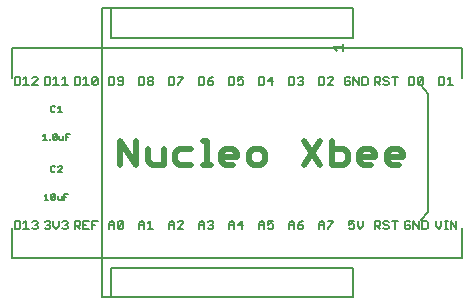
<source format=gto>
G75*
%MOIN*%
%OFA0B0*%
%FSLAX25Y25*%
%IPPOS*%
%LPD*%
%AMOC8*
5,1,8,0,0,1.08239X$1,22.5*
%
%ADD10C,0.02000*%
%ADD11C,0.00500*%
%ADD12C,0.00800*%
%ADD13C,0.00600*%
D10*
X0042500Y0052500D02*
X0042500Y0060507D01*
X0047838Y0052500D01*
X0047838Y0060507D01*
X0051708Y0057838D02*
X0051708Y0053834D01*
X0053042Y0052500D01*
X0057046Y0052500D01*
X0057046Y0057838D01*
X0060916Y0056503D02*
X0060916Y0053834D01*
X0062250Y0052500D01*
X0066254Y0052500D01*
X0070124Y0052500D02*
X0072793Y0052500D01*
X0071458Y0052500D02*
X0071458Y0060507D01*
X0070124Y0060507D01*
X0066254Y0057838D02*
X0062250Y0057838D01*
X0060916Y0056503D01*
X0076262Y0056503D02*
X0076262Y0053834D01*
X0077597Y0052500D01*
X0080266Y0052500D01*
X0081600Y0055169D02*
X0076262Y0055169D01*
X0076262Y0056503D02*
X0077597Y0057838D01*
X0080266Y0057838D01*
X0081600Y0056503D01*
X0081600Y0055169D01*
X0085470Y0056503D02*
X0085470Y0053834D01*
X0086804Y0052500D01*
X0089473Y0052500D01*
X0090808Y0053834D01*
X0090808Y0056503D01*
X0089473Y0057838D01*
X0086804Y0057838D01*
X0085470Y0056503D01*
X0103886Y0052500D02*
X0109224Y0060507D01*
X0113094Y0060507D02*
X0113094Y0052500D01*
X0117097Y0052500D01*
X0118431Y0053834D01*
X0118431Y0056503D01*
X0117097Y0057838D01*
X0113094Y0057838D01*
X0109224Y0052500D02*
X0103886Y0060507D01*
X0122301Y0056503D02*
X0122301Y0053834D01*
X0123636Y0052500D01*
X0126305Y0052500D01*
X0127639Y0055169D02*
X0122301Y0055169D01*
X0122301Y0056503D02*
X0123636Y0057838D01*
X0126305Y0057838D01*
X0127639Y0056503D01*
X0127639Y0055169D01*
X0131509Y0055169D02*
X0136847Y0055169D01*
X0136847Y0056503D01*
X0135513Y0057838D01*
X0132844Y0057838D01*
X0131509Y0056503D01*
X0131509Y0053834D01*
X0132844Y0052500D01*
X0135513Y0052500D01*
D11*
X0156500Y0021500D02*
X0006500Y0021500D01*
X0006500Y0031500D01*
X0007330Y0031150D02*
X0008681Y0031150D01*
X0009132Y0031600D01*
X0009132Y0033402D01*
X0008681Y0033852D01*
X0007330Y0033852D01*
X0007330Y0031150D01*
X0010277Y0031150D02*
X0012078Y0031150D01*
X0011177Y0031150D02*
X0011177Y0033852D01*
X0010277Y0032952D01*
X0013223Y0033402D02*
X0013674Y0033852D01*
X0014574Y0033852D01*
X0015025Y0033402D01*
X0015025Y0032952D01*
X0014574Y0032501D01*
X0015025Y0032051D01*
X0015025Y0031600D01*
X0014574Y0031150D01*
X0013674Y0031150D01*
X0013223Y0031600D01*
X0014124Y0032501D02*
X0014574Y0032501D01*
X0017330Y0031600D02*
X0017781Y0031150D01*
X0018681Y0031150D01*
X0019132Y0031600D01*
X0019132Y0032051D01*
X0018681Y0032501D01*
X0018231Y0032501D01*
X0018681Y0032501D02*
X0019132Y0032952D01*
X0019132Y0033402D01*
X0018681Y0033852D01*
X0017781Y0033852D01*
X0017330Y0033402D01*
X0020277Y0033852D02*
X0020277Y0032051D01*
X0021177Y0031150D01*
X0022078Y0032051D01*
X0022078Y0033852D01*
X0023223Y0033402D02*
X0023674Y0033852D01*
X0024574Y0033852D01*
X0025025Y0033402D01*
X0025025Y0032952D01*
X0024574Y0032501D01*
X0025025Y0032051D01*
X0025025Y0031600D01*
X0024574Y0031150D01*
X0023674Y0031150D01*
X0023223Y0031600D01*
X0024124Y0032501D02*
X0024574Y0032501D01*
X0027330Y0032051D02*
X0028681Y0032051D01*
X0029132Y0032501D01*
X0029132Y0033402D01*
X0028681Y0033852D01*
X0027330Y0033852D01*
X0027330Y0031150D01*
X0028231Y0032051D02*
X0029132Y0031150D01*
X0030277Y0031150D02*
X0032078Y0031150D01*
X0033223Y0031150D02*
X0033223Y0033852D01*
X0035025Y0033852D01*
X0034124Y0032501D02*
X0033223Y0032501D01*
X0032078Y0033852D02*
X0030277Y0033852D01*
X0030277Y0031150D01*
X0030277Y0032501D02*
X0031178Y0032501D01*
X0038803Y0032501D02*
X0040605Y0032501D01*
X0040605Y0032952D02*
X0040605Y0031150D01*
X0041750Y0031600D02*
X0043552Y0033402D01*
X0043552Y0031600D01*
X0043101Y0031150D01*
X0042200Y0031150D01*
X0041750Y0031600D01*
X0041750Y0033402D01*
X0042200Y0033852D01*
X0043101Y0033852D01*
X0043552Y0033402D01*
X0040605Y0032952D02*
X0039704Y0033852D01*
X0038803Y0032952D01*
X0038803Y0031150D01*
X0048803Y0031150D02*
X0048803Y0032952D01*
X0049704Y0033852D01*
X0050605Y0032952D01*
X0050605Y0031150D01*
X0051750Y0031150D02*
X0053552Y0031150D01*
X0052651Y0031150D02*
X0052651Y0033852D01*
X0051750Y0032952D01*
X0050605Y0032501D02*
X0048803Y0032501D01*
X0058803Y0032501D02*
X0060605Y0032501D01*
X0060605Y0032952D02*
X0059704Y0033852D01*
X0058803Y0032952D01*
X0058803Y0031150D01*
X0060605Y0031150D02*
X0060605Y0032952D01*
X0061750Y0033402D02*
X0062200Y0033852D01*
X0063101Y0033852D01*
X0063552Y0033402D01*
X0063552Y0032952D01*
X0061750Y0031150D01*
X0063552Y0031150D01*
X0068803Y0031150D02*
X0068803Y0032952D01*
X0069704Y0033852D01*
X0070605Y0032952D01*
X0070605Y0031150D01*
X0071750Y0031600D02*
X0072200Y0031150D01*
X0073101Y0031150D01*
X0073552Y0031600D01*
X0073552Y0032051D01*
X0073101Y0032501D01*
X0072651Y0032501D01*
X0073101Y0032501D02*
X0073552Y0032952D01*
X0073552Y0033402D01*
X0073101Y0033852D01*
X0072200Y0033852D01*
X0071750Y0033402D01*
X0070605Y0032501D02*
X0068803Y0032501D01*
X0078803Y0032501D02*
X0080605Y0032501D01*
X0080605Y0032952D02*
X0079704Y0033852D01*
X0078803Y0032952D01*
X0078803Y0031150D01*
X0080605Y0031150D02*
X0080605Y0032952D01*
X0081750Y0032501D02*
X0083552Y0032501D01*
X0083101Y0031150D02*
X0083101Y0033852D01*
X0081750Y0032501D01*
X0088803Y0032501D02*
X0090605Y0032501D01*
X0090605Y0032952D02*
X0090605Y0031150D01*
X0091750Y0031600D02*
X0092200Y0031150D01*
X0093101Y0031150D01*
X0093552Y0031600D01*
X0093552Y0032501D01*
X0093101Y0032952D01*
X0092651Y0032952D01*
X0091750Y0032501D01*
X0091750Y0033852D01*
X0093552Y0033852D01*
X0090605Y0032952D02*
X0089704Y0033852D01*
X0088803Y0032952D01*
X0088803Y0031150D01*
X0098803Y0031150D02*
X0098803Y0032952D01*
X0099704Y0033852D01*
X0100605Y0032952D01*
X0100605Y0031150D01*
X0101750Y0031600D02*
X0101750Y0032501D01*
X0103101Y0032501D01*
X0103552Y0032051D01*
X0103552Y0031600D01*
X0103101Y0031150D01*
X0102200Y0031150D01*
X0101750Y0031600D01*
X0101750Y0032501D02*
X0102651Y0033402D01*
X0103552Y0033852D01*
X0100605Y0032501D02*
X0098803Y0032501D01*
X0108803Y0032501D02*
X0110605Y0032501D01*
X0110605Y0032952D02*
X0110605Y0031150D01*
X0111750Y0031150D02*
X0111750Y0031600D01*
X0113552Y0033402D01*
X0113552Y0033852D01*
X0111750Y0033852D01*
X0110605Y0032952D02*
X0109704Y0033852D01*
X0108803Y0032952D01*
X0108803Y0031150D01*
X0118803Y0031600D02*
X0119254Y0031150D01*
X0120155Y0031150D01*
X0120605Y0031600D01*
X0120605Y0032501D01*
X0120155Y0032952D01*
X0119704Y0032952D01*
X0118803Y0032501D01*
X0118803Y0033852D01*
X0120605Y0033852D01*
X0121750Y0033852D02*
X0121750Y0032051D01*
X0122651Y0031150D01*
X0123552Y0032051D01*
X0123552Y0033852D01*
X0127330Y0033852D02*
X0127330Y0031150D01*
X0127330Y0032051D02*
X0128681Y0032051D01*
X0129132Y0032501D01*
X0129132Y0033402D01*
X0128681Y0033852D01*
X0127330Y0033852D01*
X0128231Y0032051D02*
X0129132Y0031150D01*
X0130277Y0031600D02*
X0130727Y0031150D01*
X0131628Y0031150D01*
X0132078Y0031600D01*
X0132078Y0032051D01*
X0131628Y0032501D01*
X0130727Y0032501D01*
X0130277Y0032952D01*
X0130277Y0033402D01*
X0130727Y0033852D01*
X0131628Y0033852D01*
X0132078Y0033402D01*
X0133223Y0033852D02*
X0135025Y0033852D01*
X0134124Y0033852D02*
X0134124Y0031150D01*
X0137330Y0031600D02*
X0137330Y0033402D01*
X0137781Y0033852D01*
X0138681Y0033852D01*
X0139132Y0033402D01*
X0139132Y0032501D02*
X0138231Y0032501D01*
X0139132Y0032501D02*
X0139132Y0031600D01*
X0138681Y0031150D01*
X0137781Y0031150D01*
X0137330Y0031600D01*
X0140277Y0031150D02*
X0140277Y0033852D01*
X0142078Y0031150D01*
X0142078Y0033852D01*
X0143223Y0033852D02*
X0144574Y0033852D01*
X0145025Y0033402D01*
X0145025Y0031600D01*
X0144574Y0031150D01*
X0143223Y0031150D01*
X0143223Y0033852D01*
X0147821Y0033852D02*
X0147821Y0032051D01*
X0148722Y0031150D01*
X0149623Y0032051D01*
X0149623Y0033852D01*
X0150768Y0033852D02*
X0151669Y0033852D01*
X0151218Y0033852D02*
X0151218Y0031150D01*
X0150768Y0031150D02*
X0151669Y0031150D01*
X0152732Y0031150D02*
X0152732Y0033852D01*
X0154534Y0031150D01*
X0154534Y0033852D01*
X0156500Y0031500D02*
X0156500Y0021500D01*
X0153552Y0079150D02*
X0151750Y0079150D01*
X0152651Y0079150D02*
X0152651Y0081852D01*
X0151750Y0080952D01*
X0150605Y0081402D02*
X0150605Y0079600D01*
X0150155Y0079150D01*
X0148803Y0079150D01*
X0148803Y0081852D01*
X0150155Y0081852D01*
X0150605Y0081402D01*
X0156500Y0081500D02*
X0156500Y0091500D01*
X0006500Y0091500D01*
X0006500Y0081500D01*
X0007330Y0081852D02*
X0008681Y0081852D01*
X0009132Y0081402D01*
X0009132Y0079600D01*
X0008681Y0079150D01*
X0007330Y0079150D01*
X0007330Y0081852D01*
X0010277Y0080952D02*
X0011177Y0081852D01*
X0011177Y0079150D01*
X0010277Y0079150D02*
X0012078Y0079150D01*
X0013223Y0079150D02*
X0015025Y0080952D01*
X0015025Y0081402D01*
X0014574Y0081852D01*
X0013674Y0081852D01*
X0013223Y0081402D01*
X0013223Y0079150D02*
X0015025Y0079150D01*
X0017330Y0079150D02*
X0018681Y0079150D01*
X0019132Y0079600D01*
X0019132Y0081402D01*
X0018681Y0081852D01*
X0017330Y0081852D01*
X0017330Y0079150D01*
X0020277Y0079150D02*
X0022078Y0079150D01*
X0021177Y0079150D02*
X0021177Y0081852D01*
X0020277Y0080952D01*
X0023223Y0080952D02*
X0024124Y0081852D01*
X0024124Y0079150D01*
X0023223Y0079150D02*
X0025025Y0079150D01*
X0027330Y0079150D02*
X0028681Y0079150D01*
X0029132Y0079600D01*
X0029132Y0081402D01*
X0028681Y0081852D01*
X0027330Y0081852D01*
X0027330Y0079150D01*
X0030277Y0079150D02*
X0032078Y0079150D01*
X0031177Y0079150D02*
X0031177Y0081852D01*
X0030277Y0080952D01*
X0033223Y0081402D02*
X0033223Y0079600D01*
X0035025Y0081402D01*
X0035025Y0079600D01*
X0034574Y0079150D01*
X0033674Y0079150D01*
X0033223Y0079600D01*
X0033223Y0081402D02*
X0033674Y0081852D01*
X0034574Y0081852D01*
X0035025Y0081402D01*
X0038803Y0081852D02*
X0038803Y0079150D01*
X0040155Y0079150D01*
X0040605Y0079600D01*
X0040605Y0081402D01*
X0040155Y0081852D01*
X0038803Y0081852D01*
X0041750Y0081402D02*
X0041750Y0080952D01*
X0042200Y0080501D01*
X0043552Y0080501D01*
X0043552Y0079600D02*
X0043552Y0081402D01*
X0043101Y0081852D01*
X0042200Y0081852D01*
X0041750Y0081402D01*
X0041750Y0079600D02*
X0042200Y0079150D01*
X0043101Y0079150D01*
X0043552Y0079600D01*
X0048803Y0079150D02*
X0050155Y0079150D01*
X0050605Y0079600D01*
X0050605Y0081402D01*
X0050155Y0081852D01*
X0048803Y0081852D01*
X0048803Y0079150D01*
X0051750Y0079600D02*
X0051750Y0080051D01*
X0052200Y0080501D01*
X0053101Y0080501D01*
X0053552Y0080051D01*
X0053552Y0079600D01*
X0053101Y0079150D01*
X0052200Y0079150D01*
X0051750Y0079600D01*
X0052200Y0080501D02*
X0051750Y0080952D01*
X0051750Y0081402D01*
X0052200Y0081852D01*
X0053101Y0081852D01*
X0053552Y0081402D01*
X0053552Y0080952D01*
X0053101Y0080501D01*
X0058803Y0079150D02*
X0060155Y0079150D01*
X0060605Y0079600D01*
X0060605Y0081402D01*
X0060155Y0081852D01*
X0058803Y0081852D01*
X0058803Y0079150D01*
X0061750Y0079150D02*
X0061750Y0079600D01*
X0063552Y0081402D01*
X0063552Y0081852D01*
X0061750Y0081852D01*
X0068803Y0081852D02*
X0068803Y0079150D01*
X0070155Y0079150D01*
X0070605Y0079600D01*
X0070605Y0081402D01*
X0070155Y0081852D01*
X0068803Y0081852D01*
X0071750Y0080501D02*
X0071750Y0079600D01*
X0072200Y0079150D01*
X0073101Y0079150D01*
X0073552Y0079600D01*
X0073552Y0080051D01*
X0073101Y0080501D01*
X0071750Y0080501D01*
X0072651Y0081402D01*
X0073552Y0081852D01*
X0078803Y0081852D02*
X0078803Y0079150D01*
X0080155Y0079150D01*
X0080605Y0079600D01*
X0080605Y0081402D01*
X0080155Y0081852D01*
X0078803Y0081852D01*
X0081750Y0081852D02*
X0081750Y0080501D01*
X0082651Y0080952D01*
X0083101Y0080952D01*
X0083552Y0080501D01*
X0083552Y0079600D01*
X0083101Y0079150D01*
X0082200Y0079150D01*
X0081750Y0079600D01*
X0081750Y0081852D02*
X0083552Y0081852D01*
X0088803Y0081852D02*
X0088803Y0079150D01*
X0090155Y0079150D01*
X0090605Y0079600D01*
X0090605Y0081402D01*
X0090155Y0081852D01*
X0088803Y0081852D01*
X0091750Y0080501D02*
X0093552Y0080501D01*
X0093101Y0079150D02*
X0093101Y0081852D01*
X0091750Y0080501D01*
X0098803Y0079150D02*
X0100155Y0079150D01*
X0100605Y0079600D01*
X0100605Y0081402D01*
X0100155Y0081852D01*
X0098803Y0081852D01*
X0098803Y0079150D01*
X0101750Y0079600D02*
X0102200Y0079150D01*
X0103101Y0079150D01*
X0103552Y0079600D01*
X0103552Y0080051D01*
X0103101Y0080501D01*
X0102651Y0080501D01*
X0103101Y0080501D02*
X0103552Y0080952D01*
X0103552Y0081402D01*
X0103101Y0081852D01*
X0102200Y0081852D01*
X0101750Y0081402D01*
X0108803Y0081852D02*
X0108803Y0079150D01*
X0110155Y0079150D01*
X0110605Y0079600D01*
X0110605Y0081402D01*
X0110155Y0081852D01*
X0108803Y0081852D01*
X0111750Y0081402D02*
X0112200Y0081852D01*
X0113101Y0081852D01*
X0113552Y0081402D01*
X0113552Y0080952D01*
X0111750Y0079150D01*
X0113552Y0079150D01*
X0117330Y0079600D02*
X0117330Y0081402D01*
X0117781Y0081852D01*
X0118681Y0081852D01*
X0119132Y0081402D01*
X0119132Y0080501D02*
X0118231Y0080501D01*
X0119132Y0080501D02*
X0119132Y0079600D01*
X0118681Y0079150D01*
X0117781Y0079150D01*
X0117330Y0079600D01*
X0120277Y0079150D02*
X0120277Y0081852D01*
X0122078Y0079150D01*
X0122078Y0081852D01*
X0123223Y0081852D02*
X0124574Y0081852D01*
X0125025Y0081402D01*
X0125025Y0079600D01*
X0124574Y0079150D01*
X0123223Y0079150D01*
X0123223Y0081852D01*
X0127330Y0081852D02*
X0127330Y0079150D01*
X0127330Y0080051D02*
X0128681Y0080051D01*
X0129132Y0080501D01*
X0129132Y0081402D01*
X0128681Y0081852D01*
X0127330Y0081852D01*
X0130277Y0081402D02*
X0130277Y0080952D01*
X0130727Y0080501D01*
X0131628Y0080501D01*
X0132078Y0080051D01*
X0132078Y0079600D01*
X0131628Y0079150D01*
X0130727Y0079150D01*
X0130277Y0079600D01*
X0129132Y0079150D02*
X0128231Y0080051D01*
X0130277Y0081402D02*
X0130727Y0081852D01*
X0131628Y0081852D01*
X0132078Y0081402D01*
X0133223Y0081852D02*
X0135025Y0081852D01*
X0134124Y0081852D02*
X0134124Y0079150D01*
X0138803Y0079150D02*
X0140155Y0079150D01*
X0140605Y0079600D01*
X0140605Y0081402D01*
X0140155Y0081852D01*
X0138803Y0081852D01*
X0138803Y0079150D01*
X0141750Y0079600D02*
X0143552Y0081402D01*
X0143552Y0079600D01*
X0143101Y0079150D01*
X0142200Y0079150D01*
X0141750Y0079600D01*
X0141750Y0081402D01*
X0142200Y0081852D01*
X0143101Y0081852D01*
X0143552Y0081402D01*
X0025780Y0062752D02*
X0024512Y0062752D01*
X0024512Y0060850D01*
X0023570Y0060850D02*
X0023570Y0062118D01*
X0024512Y0061801D02*
X0025146Y0061801D01*
X0023570Y0060850D02*
X0022619Y0060850D01*
X0022302Y0061167D01*
X0022302Y0062118D01*
X0021360Y0062435D02*
X0021360Y0061167D01*
X0021043Y0060850D01*
X0020409Y0060850D01*
X0020093Y0061167D01*
X0021360Y0062435D01*
X0021043Y0062752D01*
X0020409Y0062752D01*
X0020093Y0062435D01*
X0020093Y0061167D01*
X0019305Y0061167D02*
X0019305Y0060850D01*
X0018988Y0060850D01*
X0018988Y0061167D01*
X0019305Y0061167D01*
X0018045Y0060850D02*
X0016778Y0060850D01*
X0017412Y0060850D02*
X0017412Y0062752D01*
X0016778Y0062118D01*
X0019857Y0070250D02*
X0019540Y0070567D01*
X0019540Y0071835D01*
X0019857Y0072152D01*
X0020491Y0072152D01*
X0020808Y0071835D01*
X0021750Y0071518D02*
X0022384Y0072152D01*
X0022384Y0070250D01*
X0021750Y0070250D02*
X0023018Y0070250D01*
X0020808Y0070567D02*
X0020491Y0070250D01*
X0019857Y0070250D01*
X0019857Y0052152D02*
X0019540Y0051835D01*
X0019540Y0050567D01*
X0019857Y0050250D01*
X0020491Y0050250D01*
X0020808Y0050567D01*
X0021750Y0050250D02*
X0023018Y0051518D01*
X0023018Y0051835D01*
X0022701Y0052152D01*
X0022067Y0052152D01*
X0021750Y0051835D01*
X0020808Y0051835D02*
X0020491Y0052152D01*
X0019857Y0052152D01*
X0021750Y0050250D02*
X0023018Y0050250D01*
X0023960Y0042752D02*
X0025228Y0042752D01*
X0024594Y0041801D02*
X0023960Y0041801D01*
X0023960Y0040850D02*
X0023960Y0042752D01*
X0023018Y0042118D02*
X0023018Y0040850D01*
X0022067Y0040850D01*
X0021750Y0041167D01*
X0021750Y0042118D01*
X0020808Y0042435D02*
X0020808Y0041167D01*
X0020491Y0040850D01*
X0019857Y0040850D01*
X0019540Y0041167D01*
X0020808Y0042435D01*
X0020491Y0042752D01*
X0019857Y0042752D01*
X0019540Y0042435D01*
X0019540Y0041167D01*
X0018598Y0040850D02*
X0017330Y0040850D01*
X0017964Y0040850D02*
X0017964Y0042752D01*
X0017330Y0042118D01*
D12*
X0039453Y0018114D02*
X0120161Y0018114D01*
X0120161Y0008272D01*
X0039453Y0008272D01*
X0036500Y0008272D01*
X0036500Y0104728D01*
X0039453Y0104728D01*
X0039453Y0094886D01*
X0120161Y0094886D01*
X0120161Y0104728D01*
X0039453Y0104728D01*
X0142799Y0078941D02*
X0145161Y0076185D01*
X0145161Y0036815D01*
X0142799Y0034059D01*
X0039453Y0018114D02*
X0039453Y0008272D01*
D13*
X0114672Y0090518D02*
X0113537Y0091653D01*
X0116940Y0091653D01*
X0116940Y0092787D02*
X0116940Y0090518D01*
M02*

</source>
